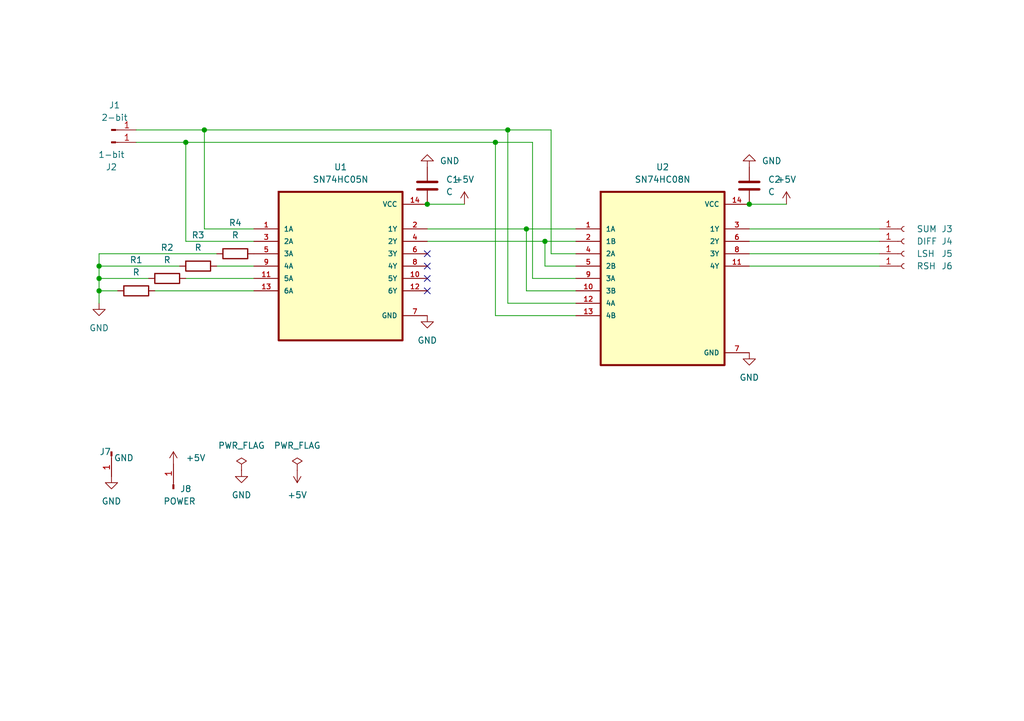
<source format=kicad_sch>
(kicad_sch (version 20211123) (generator eeschema)
  (paper "A5")
  (title_block (title "ALU mode selectior") (date "2022-11-24"))
  (lib_symbols
    (symbol "Connector:Conn_01x01_Female" (pin_names (offset 1.016) hide)
      (property "Reference" "J" (at 0 2.54 0))
      (property "Value" "Conn_01x01_Female" (at 0 -2.54 0))
      (symbol "Conn_01x01_Female_1_1"
        (polyline (pts (xy -1.27 0) (xy -0.508 0)) (stroke (width 0.1524)))
        (arc (start 0 0.508) (mid -0.508 0) (end 0 -0.508) (stroke (width 0.1524)))
        (pin passive line (at -5.08 0 0) (length 3.81) (name "Pin_1") (number "1"))
      )
    )
    (symbol "Connector:Conn_01x01_Male" (pin_names (offset 1.016) hide)
      (property "Reference" "J" (at 0 2.54 0))
      (property "Value" "Conn_01x01_Male" (at 0 -2.54 0))
      (symbol "Conn_01x01_Male_1_1"
        (polyline (pts (xy 1.27 0) (xy 0.8636 0)) (stroke (width 0.1524)))
        (rectangle (start 0.8636 0.127) (end 0 -0.127) (stroke (width 0.1524)) (fill (type outline)))
        (pin passive line (at 5.08 0 180) (length 3.81) (name "Pin_1") (number "1"))
      )
    )
    (symbol "Device:C" (pin_numbers hide) (pin_names (offset 0.254))
      (property "Reference" "C" (at 0.635 2.54 0))
      (property "Value" "C" (at 0.635 -2.54 0))
      (symbol "C_0_1"
        (polyline (pts (xy -2.032 -0.762) (xy 2.032 -0.762)) (stroke (width 0.508)))
        (polyline (pts (xy -2.032 0.762) (xy 2.032 0.762)) (stroke (width 0.508)))
      )
      (symbol "C_1_1"
        (pin passive line (at 0 3.81 270) (length 2.794) (name "~") (number "1"))
        (pin passive line (at 0 -3.81 90) (length 2.794) (name "~") (number "2"))
      )
    )
    (symbol "Device:R" (pin_numbers hide) (pin_names (offset 0))
      (property "Reference" "R" (at 2.032 0 90))
      (property "Value" "R" (at 0 0 90))
      (symbol "R_0_1"
        (rectangle (start -1.016 -2.54) (end 1.016 2.54) (stroke (width 0.254)))
      )
      (symbol "R_1_1"
        (pin passive line (at 0 3.81 270) (length 1.27) (name "~") (number "1"))
        (pin passive line (at 0 -3.81 90) (length 1.27) (name "~") (number "2"))
      )
    )
    (symbol "SN74HC05N:SN74HC05N" (pin_names (offset 1.016))
      (property "Reference" "U" (at -12.7 16.24 0))
      (property "Value" "SN74HC05N" (at -12.7 -19.24 0))
      (symbol "SN74HC05N_0_0"
        (rectangle (start -12.7 -15.24) (end 12.7 15.24) (stroke (width 0.41)) (fill (type background)))
        (pin input line (at -17.78 7.62 0) (length 5.08) (name "1A") (number "1"))
        (pin output line (at 17.78 -2.54 180) (length 5.08) (name "5Y") (number "10"))
        (pin input line (at -17.78 -2.54 0) (length 5.08) (name "5A") (number "11"))
        (pin output line (at 17.78 -5.08 180) (length 5.08) (name "6Y") (number "12"))
        (pin input line (at -17.78 -5.08 0) (length 5.08) (name "6A") (number "13"))
        (pin power_in line (at 17.78 12.7 180) (length 5.08) (name "VCC") (number "14"))
        (pin output line (at 17.78 7.62 180) (length 5.08) (name "1Y") (number "2"))
        (pin input line (at -17.78 5.08 0) (length 5.08) (name "2A") (number "3"))
        (pin output line (at 17.78 5.08 180) (length 5.08) (name "2Y") (number "4"))
        (pin input line (at -17.78 2.54 0) (length 5.08) (name "3A") (number "5"))
        (pin output line (at 17.78 2.54 180) (length 5.08) (name "3Y") (number "6"))
        (pin power_in line (at 17.78 -10.16 180) (length 5.08) (name "GND") (number "7"))
        (pin output line (at 17.78 0 180) (length 5.08) (name "4Y") (number "8"))
        (pin input line (at -17.78 0 0) (length 5.08) (name "4A") (number "9"))
      )
    )
    (symbol "SN74HC08N:SN74HC08N" (pin_names (offset 1.016))
      (property "Reference" "U" (at -12.7 18.78 0))
      (property "Value" "SN74HC08N" (at -12.7 -21.78 0))
      (symbol "SN74HC08N_0_0"
        (rectangle (start -12.7 -17.78) (end 12.7 17.78) (stroke (width 0.41)) (fill (type background)))
        (pin input line (at -17.78 10.16 0) (length 5.08) (name "1A") (number "1"))
        (pin input line (at -17.78 -2.54 0) (length 5.08) (name "3B") (number "10"))
        (pin output line (at 17.78 2.54 180) (length 5.08) (name "4Y") (number "11"))
        (pin input line (at -17.78 -5.08 0) (length 5.08) (name "4A") (number "12"))
        (pin input line (at -17.78 -7.62 0) (length 5.08) (name "4B") (number "13"))
        (pin power_in line (at 17.78 15.24 180) (length 5.08) (name "VCC") (number "14"))
        (pin input line (at -17.78 7.62 0) (length 5.08) (name "1B") (number "2"))
        (pin output line (at 17.78 10.16 180) (length 5.08) (name "1Y") (number "3"))
        (pin input line (at -17.78 5.08 0) (length 5.08) (name "2A") (number "4"))
        (pin input line (at -17.78 2.54 0) (length 5.08) (name "2B") (number "5"))
        (pin output line (at 17.78 7.62 180) (length 5.08) (name "2Y") (number "6"))
        (pin power_in line (at 17.78 -15.24 180) (length 5.08) (name "GND") (number "7"))
        (pin output line (at 17.78 5.08 180) (length 5.08) (name "3Y") (number "8"))
        (pin input line (at -17.78 0 0) (length 5.08) (name "3A") (number "9"))
      )
    )
    (symbol "power:+5V" (power) (pin_names (offset 0))
      (property "Value" "+5V" (at 0 3.556 0))
      (symbol "+5V_0_1"
        (polyline (pts (xy -0.762 1.27) (xy 0 2.54)))
        (polyline (pts (xy 0 0) (xy 0 2.54)))
        (polyline (pts (xy 0 2.54) (xy 0.762 1.27)))
      )
      (symbol "+5V_1_1"
        (pin power_in line (at 0 0 90) (length 0) hide (name "+5V") (number "1"))
      )
    )
    (symbol "power:GND" (power) (pin_names (offset 0))
      (property "Value" "GND" (at 0 -3.81 0))
      (symbol "GND_0_1"
        (polyline (pts (xy 0 0) (xy 0 -1.27) (xy 1.27 -1.27) (xy 0 -2.54) (xy -1.27 -1.27) (xy 0 -1.27)))
      )
      (symbol "GND_1_1"
        (pin power_in line (at 0 0 270) (length 0) hide (name "GND") (number "1"))
      )
    )
    (symbol "power:PWR_FLAG" (power) (pin_numbers hide) (pin_names (offset 0) hide)
      (property "Value" "PWR_FLAG" (at 0 3.81 0))
      (symbol "PWR_FLAG_0_0"
        (pin power_out line (at 0 0 90) (length 0) (name "pwr") (number "1"))
      )
      (symbol "PWR_FLAG_0_1"
        (polyline (pts (xy 0 0) (xy 0 1.27) (xy -1.016 1.905) (xy 0 2.54) (xy 1.016 1.905) (xy 0 1.27)))
      )
    )
  )
  (junction (at 41.91 26.67))
  (junction (at 153.67 41.91))
  (junction (at 107.95 46.99))
  (junction (at 20.32 59.69))
  (junction (at 101.6 29.21))
  (junction (at 87.63 41.91))
  (junction (at 38.1 29.21))
  (junction (at 111.76 49.53))
  (junction (at 20.32 54.61))
  (junction (at 20.32 57.15))
  (junction (at 104.14 26.67))
  (no_connect (at 87.63 59.69))
  (no_connect (at 87.63 57.15))
  (no_connect (at 87.63 52.07))
  (no_connect (at 87.63 54.61))
  (wire (pts (xy 153.67 54.61) (xy 180.34 54.61)))
  (wire (pts (xy 27.94 26.67) (xy 41.91 26.67)))
  (wire (pts (xy 20.32 59.69) (xy 24.13 59.69)))
  (wire (pts (xy 87.63 41.91) (xy 95.25 41.91)))
  (wire (pts (xy 20.32 57.15) (xy 20.32 59.69)))
  (wire (pts (xy 101.6 64.77) (xy 118.11 64.77)))
  (wire (pts (xy 30.48 57.15) (xy 20.32 57.15)))
  (wire (pts (xy 41.91 46.99) (xy 41.91 26.67)))
  (wire (pts (xy 107.95 46.99) (xy 107.95 59.69)))
  (wire (pts (xy 44.45 54.61) (xy 52.07 54.61)))
  (wire (pts (xy 87.63 49.53) (xy 111.76 49.53)))
  (wire (pts (xy 52.07 46.99) (xy 41.91 46.99)))
  (wire (pts (xy 36.83 54.61) (xy 20.32 54.61)))
  (wire (pts (xy 38.1 29.21) (xy 38.1 49.53)))
  (wire (pts (xy 31.75 59.69) (xy 52.07 59.69)))
  (wire (pts (xy 104.14 26.67) (xy 104.14 62.23)))
  (wire (pts (xy 38.1 29.21) (xy 101.6 29.21)))
  (wire (pts (xy 113.03 52.07) (xy 113.03 26.67)))
  (wire (pts (xy 111.76 49.53) (xy 111.76 54.61)))
  (wire (pts (xy 27.94 29.21) (xy 38.1 29.21)))
  (wire (pts (xy 153.67 49.53) (xy 180.34 49.53)))
  (wire (pts (xy 153.67 52.07) (xy 180.34 52.07)))
  (wire (pts (xy 111.76 49.53) (xy 118.11 49.53)))
  (wire (pts (xy 20.32 54.61) (xy 20.32 57.15)))
  (wire (pts (xy 38.1 57.15) (xy 52.07 57.15)))
  (wire (pts (xy 107.95 59.69) (xy 118.11 59.69)))
  (wire (pts (xy 109.22 57.15) (xy 118.11 57.15)))
  (wire (pts (xy 153.67 41.91) (xy 161.29 41.91)))
  (wire (pts (xy 20.32 59.69) (xy 20.32 62.23)))
  (wire (pts (xy 87.63 46.99) (xy 107.95 46.99)))
  (wire (pts (xy 107.95 46.99) (xy 118.11 46.99)))
  (wire (pts (xy 113.03 26.67) (xy 104.14 26.67)))
  (wire (pts (xy 111.76 54.61) (xy 118.11 54.61)))
  (wire (pts (xy 109.22 29.21) (xy 109.22 57.15)))
  (wire (pts (xy 52.07 49.53) (xy 38.1 49.53)))
  (wire (pts (xy 101.6 29.21) (xy 109.22 29.21)))
  (wire (pts (xy 104.14 62.23) (xy 118.11 62.23)))
  (wire (pts (xy 20.32 52.07) (xy 44.45 52.07)))
  (wire (pts (xy 20.32 52.07) (xy 20.32 54.61)))
  (wire (pts (xy 41.91 26.67) (xy 104.14 26.67)))
  (wire (pts (xy 118.11 52.07) (xy 113.03 52.07)))
  (wire (pts (xy 153.67 46.99) (xy 180.34 46.99)))
  (wire (pts (xy 101.6 29.21) (xy 101.6 64.77)))
  (symbol (lib_id "power:GND") (at 49.53 96.52 0) (unit 1)
    (property "Reference" "#PWR0102" (effects hide))
    (property "Value" "GND" (at 49.53 101.6 0))
  )
  (symbol (lib_id "Device:R") (at 34.29 57.15 90) (unit 1)
    (property "Reference" "R2" (at 34.29 50.8 90))
    (property "Value" "R" (at 34.29 53.34 90))
    (property "Footprint" "Resistor_THT:R_Axial_DIN0411_L9.9mm_D3.6mm_P5.08mm_Vertical" (effects hide))
  )
  (symbol (lib_id "Device:R") (at 27.94 59.69 90) (unit 1)
    (property "Reference" "R1" (at 27.94 53.34 90))
    (property "Value" "R" (at 27.94 55.88 90))
    (property "Footprint" "Resistor_THT:R_Axial_DIN0411_L9.9mm_D3.6mm_P5.08mm_Vertical" (effects hide))
  )
  (symbol (lib_id "Connector:Conn_01x01_Male") (at 35.56 100.33 90) (unit 1)
    (property "Reference" "J8" (at 38.1 100.33 90))
    (property "Value" "POWER" (at 36.83 102.87 90))
    (property "Footprint" "Connector_Pin:Pin_D1.3mm_L11.3mm_W2.8mm_Flat" (effects hide))
  )
  (symbol (lib_id "power:GND") (at 87.63 34.29 180) (unit 1)
    (property "Reference" "#PWR0106" (effects hide))
    (property "Value" "GND" (at 90.17 33.0199 0) (effects (justify right)))
  )
  (symbol (lib_id "power:+5V") (at 35.56 95.25 0) (unit 1)
    (property "Reference" "#PWR04" (effects hide))
    (property "Value" "+5V" (at 38.1 93.9799 0) (effects (justify left)))
  )
  (symbol (lib_id "Connector:Conn_01x01_Female") (at 185.42 54.61 0) (unit 1)
    (property "Reference" "J6" (at 193.04 54.61 0) (effects (justify left)))
    (property "Value" "RSH" (at 187.96 54.61 0) (effects (justify left)))
    (property "Footprint" "Connector_Pin:Pin_D1.3mm_L11.3mm_W2.8mm_Flat" (effects hide))
  )
  (symbol (lib_id "Device:C") (at 87.63 38.1 180) (unit 1)
    (property "Reference" "C1" (at 91.44 36.8299 0) (effects (justify right)))
    (property "Value" "C" (at 91.44 39.3699 0) (effects (justify right)))
    (property "Footprint" "Capacitor_THT:C_Rect_L7.0mm_W2.0mm_P5.00mm" (effects hide))
  )
  (symbol (lib_id "power:GND") (at 22.86 97.79 0) (unit 1)
    (property "Reference" "#PWR02" (effects hide))
    (property "Value" "GND" (at 22.86 102.87 0))
  )
  (symbol (lib_id "Connector:Conn_01x01_Male") (at 22.86 26.67 0) (unit 1)
    (property "Reference" "J1" (at 23.495 21.59 0))
    (property "Value" "2-bit" (at 23.495 24.13 0))
    (property "Footprint" "Connector_Pin:Pin_D1.3mm_L11.3mm_W2.8mm_Flat" (effects hide))
  )
  (symbol (lib_id "Device:C") (at 153.67 38.1 180) (unit 1)
    (property "Reference" "C2" (at 157.48 36.8299 0) (effects (justify right)))
    (property "Value" "C" (at 157.48 39.3699 0) (effects (justify right)))
    (property "Footprint" "Capacitor_THT:C_Rect_L7.0mm_W2.0mm_P5.00mm" (effects hide))
  )
  (symbol (lib_id "power:GND") (at 153.67 34.29 180) (unit 1)
    (property "Reference" "#PWR0105" (effects hide))
    (property "Value" "GND" (at 156.21 33.0199 0) (effects (justify right)))
  )
  (symbol (lib_id "SN74HC05N:SN74HC05N") (at 69.85 54.61 0) (unit 1)
    (property "Reference" "U1" (at 69.85 34.29 0))
    (property "Value" "SN74HC05N" (at 69.85 36.83 0))
    (property "Footprint" "footprints:DIP794W45P254L1969H508Q14" (effects hide))
  )
  (symbol (lib_id "power:GND") (at 153.67 72.39 0) (unit 1)
    (property "Reference" "#PWR03" (effects hide))
    (property "Value" "GND" (at 153.67 77.47 0))
  )
  (symbol (lib_id "SN74HC08N:SN74HC08N") (at 135.89 57.15 0) (unit 1)
    (property "Reference" "U2" (at 135.89 34.29 0))
    (property "Value" "SN74HC08N" (at 135.89 36.83 0))
    (property "Footprint" "footprints:DIP794W45P254L1969H508Q14" (effects hide))
  )
  (symbol (lib_id "Connector:Conn_01x01_Male") (at 22.86 92.71 270) (unit 1)
    (property "Reference" "J7" (at 21.59 92.71 90))
    (property "Value" "GND" (at 25.4 93.98 90))
    (property "Footprint" "Connector_Pin:Pin_D1.3mm_L11.3mm_W2.8mm_Flat" (effects hide))
  )
  (symbol (lib_id "power:PWR_FLAG") (at 60.96 96.52 0) (unit 1)
    (property "Reference" "#FLG0102" (effects hide))
    (property "Value" "PWR_FLAG" (at 60.96 91.44 0))
  )
  (symbol (lib_id "Device:R") (at 40.64 54.61 90) (unit 1)
    (property "Reference" "R3" (at 40.64 48.26 90))
    (property "Value" "R" (at 40.64 50.8 90))
    (property "Footprint" "Resistor_THT:R_Axial_DIN0411_L9.9mm_D3.6mm_P5.08mm_Vertical" (effects hide))
  )
  (symbol (lib_id "Connector:Conn_01x01_Female") (at 185.42 46.99 0) (unit 1)
    (property "Reference" "J3" (at 193.04 46.99 0) (effects (justify left)))
    (property "Value" "SUM" (at 187.96 46.99 0) (effects (justify left)))
    (property "Footprint" "Connector_Pin:Pin_D1.3mm_L11.3mm_W2.8mm_Flat" (effects hide))
  )
  (symbol (lib_id "Connector:Conn_01x01_Male") (at 22.86 29.21 0) (unit 1)
    (property "Reference" "J2" (at 22.86 34.29 0))
    (property "Value" "1-bit" (at 22.86 31.75 0))
    (property "Footprint" "Connector_Pin:Pin_D1.3mm_L11.3mm_W2.8mm_Flat" (effects hide))
  )
  (symbol (lib_id "power:GND") (at 87.63 64.77 0) (unit 1)
    (property "Reference" "#PWR01" (effects hide))
    (property "Value" "GND" (at 87.63 69.85 0))
  )
  (symbol (lib_id "Connector:Conn_01x01_Female") (at 185.42 52.07 0) (unit 1)
    (property "Reference" "J5" (at 193.04 52.07 0) (effects (justify left)))
    (property "Value" "LSH" (at 187.96 52.07 0) (effects (justify left)))
    (property "Footprint" "Connector_Pin:Pin_D1.3mm_L11.3mm_W2.8mm_Flat" (effects hide))
  )
  (symbol (lib_id "power:+5V") (at 60.96 96.52 180) (unit 1)
    (property "Reference" "#PWR0101" (effects hide))
    (property "Value" "+5V" (at 60.96 101.6 0))
  )
  (symbol (lib_id "power:GND") (at 20.32 62.23 0) (unit 1)
    (property "Reference" "#PWR05" (effects hide))
    (property "Value" "GND" (at 20.32 67.31 0))
  )
  (symbol (lib_id "power:+5V") (at 95.25 41.91 0) (unit 1)
    (property "Reference" "#PWR0104" (effects hide))
    (property "Value" "+5V" (at 95.25 36.83 0))
  )
  (symbol (lib_id "power:+5V") (at 161.29 41.91 0) (unit 1)
    (property "Reference" "#PWR0103" (effects hide))
    (property "Value" "+5V" (at 161.29 36.83 0))
  )
  (symbol (lib_id "Connector:Conn_01x01_Female") (at 185.42 49.53 0) (unit 1)
    (property "Reference" "J4" (at 193.04 49.53 0) (effects (justify left)))
    (property "Value" "DIFF" (at 187.96 49.53 0) (effects (justify left)))
    (property "Footprint" "Connector_Pin:Pin_D1.3mm_L11.3mm_W2.8mm_Flat" (effects hide))
  )
  (symbol (lib_id "Device:R") (at 48.26 52.07 90) (unit 1)
    (property "Reference" "R4" (at 48.26 45.72 90))
    (property "Value" "R" (at 48.26 48.26 90))
    (property "Footprint" "Resistor_THT:R_Axial_DIN0411_L9.9mm_D3.6mm_P5.08mm_Vertical" (effects hide))
  )
  (symbol (lib_id "power:PWR_FLAG") (at 49.53 96.52 0) (unit 1)
    (property "Reference" "#FLG0101" (effects hide))
    (property "Value" "PWR_FLAG" (at 49.53 91.44 0))
  )
)
</source>
